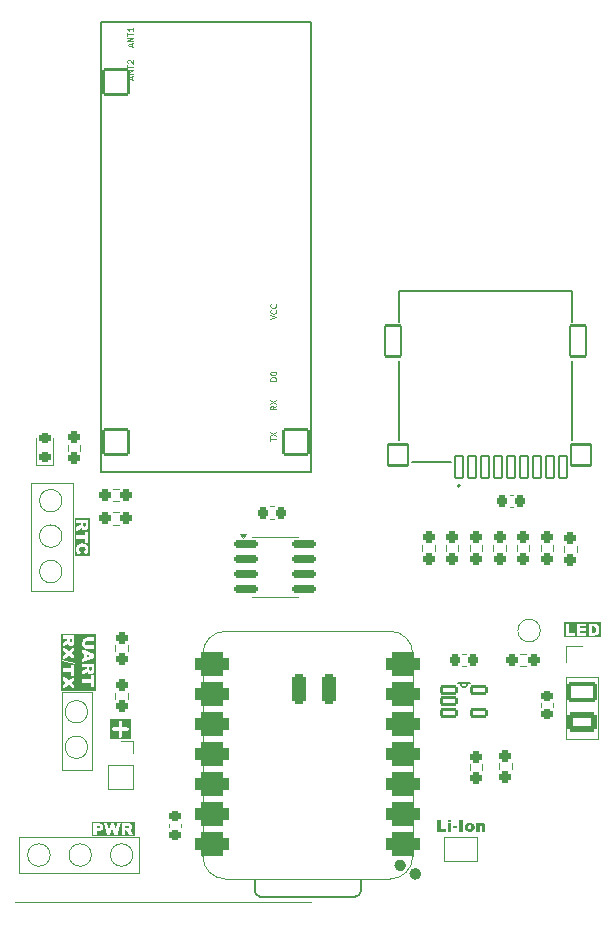
<source format=gto>
G04 #@! TF.GenerationSoftware,KiCad,Pcbnew,9.0.3*
G04 #@! TF.CreationDate,2025-08-16T00:12:18+02:00*
G04 #@! TF.ProjectId,fw-anwesenheit,66772d61-6e77-4657-9365-6e686569742e,rev?*
G04 #@! TF.SameCoordinates,Original*
G04 #@! TF.FileFunction,Legend,Top*
G04 #@! TF.FilePolarity,Positive*
%FSLAX46Y46*%
G04 Gerber Fmt 4.6, Leading zero omitted, Abs format (unit mm)*
G04 Created by KiCad (PCBNEW 9.0.3) date 2025-08-16 00:12:18*
%MOMM*%
%LPD*%
G01*
G04 APERTURE LIST*
G04 Aperture macros list*
%AMRoundRect*
0 Rectangle with rounded corners*
0 $1 Rounding radius*
0 $2 $3 $4 $5 $6 $7 $8 $9 X,Y pos of 4 corners*
0 Add a 4 corners polygon primitive as box body*
4,1,4,$2,$3,$4,$5,$6,$7,$8,$9,$2,$3,0*
0 Add four circle primitives for the rounded corners*
1,1,$1+$1,$2,$3*
1,1,$1+$1,$4,$5*
1,1,$1+$1,$6,$7*
1,1,$1+$1,$8,$9*
0 Add four rect primitives between the rounded corners*
20,1,$1+$1,$2,$3,$4,$5,0*
20,1,$1+$1,$4,$5,$6,$7,0*
20,1,$1+$1,$6,$7,$8,$9,0*
20,1,$1+$1,$8,$9,$2,$3,0*%
%AMOutline5P*
0 Free polygon, 5 corners , with rotation*
0 The origin of the aperture is its center*
0 number of corners: always 5*
0 $1 to $10 corner X, Y*
0 $11 Rotation angle, in degrees counterclockwise*
0 create outline with 5 corners*
4,1,5,$1,$2,$3,$4,$5,$6,$7,$8,$9,$10,$1,$2,$11*%
%AMOutline6P*
0 Free polygon, 6 corners , with rotation*
0 The origin of the aperture is its center*
0 number of corners: always 6*
0 $1 to $12 corner X, Y*
0 $13 Rotation angle, in degrees counterclockwise*
0 create outline with 6 corners*
4,1,6,$1,$2,$3,$4,$5,$6,$7,$8,$9,$10,$11,$12,$1,$2,$13*%
%AMOutline7P*
0 Free polygon, 7 corners , with rotation*
0 The origin of the aperture is its center*
0 number of corners: always 7*
0 $1 to $14 corner X, Y*
0 $15 Rotation angle, in degrees counterclockwise*
0 create outline with 7 corners*
4,1,7,$1,$2,$3,$4,$5,$6,$7,$8,$9,$10,$11,$12,$13,$14,$1,$2,$15*%
%AMOutline8P*
0 Free polygon, 8 corners , with rotation*
0 The origin of the aperture is its center*
0 number of corners: always 8*
0 $1 to $16 corner X, Y*
0 $17 Rotation angle, in degrees counterclockwise*
0 create outline with 8 corners*
4,1,8,$1,$2,$3,$4,$5,$6,$7,$8,$9,$10,$11,$12,$13,$14,$15,$16,$1,$2,$17*%
%AMFreePoly0*
4,1,6,1.000000,0.000000,0.500000,-0.750000,-0.500000,-0.750000,-0.500000,0.750000,0.500000,0.750000,1.000000,0.000000,1.000000,0.000000,$1*%
%AMFreePoly1*
4,1,6,0.500000,-0.750000,-0.650000,-0.750000,-0.150000,0.000000,-0.650000,0.750000,0.500000,0.750000,0.500000,-0.750000,0.500000,-0.750000,$1*%
G04 Aperture macros list end*
%ADD10C,0.300000*%
%ADD11C,0.100000*%
%ADD12C,0.150000*%
%ADD13C,0.125000*%
%ADD14C,0.120000*%
%ADD15C,0.127000*%
%ADD16C,0.504000*%
%ADD17C,0.152400*%
%ADD18C,0.200000*%
%ADD19RoundRect,0.225000X0.225000X0.250000X-0.225000X0.250000X-0.225000X-0.250000X0.225000X-0.250000X0*%
%ADD20Outline5P,-1.250000X0.510000X-0.910000X0.850000X1.250000X0.850000X1.250000X-0.850000X-1.250000X-0.850000X0.000000*%
%ADD21RoundRect,0.170000X-1.080000X-0.680000X1.080000X-0.680000X1.080000X0.680000X-1.080000X0.680000X0*%
%ADD22RoundRect,0.250000X-1.000000X-0.600000X1.000000X-0.600000X1.000000X0.600000X-1.000000X0.600000X0*%
%ADD23RoundRect,0.525400X0.900400X0.525400X-0.900400X0.525400X-0.900400X-0.525400X0.900400X-0.525400X0*%
%ADD24RoundRect,0.300400X0.300400X-1.000400X0.300400X1.000400X-0.300400X1.000400X-0.300400X-1.000400X0*%
%ADD25C,1.700000*%
%ADD26C,1.500000*%
%ADD27RoundRect,0.150000X-0.825000X-0.150000X0.825000X-0.150000X0.825000X0.150000X-0.825000X0.150000X0*%
%ADD28RoundRect,0.218750X0.256250X-0.218750X0.256250X0.218750X-0.256250X0.218750X-0.256250X-0.218750X0*%
%ADD29RoundRect,0.237500X0.237500X-0.250000X0.237500X0.250000X-0.237500X0.250000X-0.237500X-0.250000X0*%
%ADD30RoundRect,0.237500X-0.237500X0.250000X-0.237500X-0.250000X0.237500X-0.250000X0.237500X0.250000X0*%
%ADD31R,1.350000X1.350000*%
%ADD32C,1.350000*%
%ADD33FreePoly0,0.000000*%
%ADD34FreePoly1,0.000000*%
%ADD35C,2.304000*%
%ADD36RoundRect,0.102000X-1.050000X1.050000X-1.050000X-1.050000X1.050000X-1.050000X1.050000X1.050000X0*%
%ADD37RoundRect,0.237500X0.250000X0.237500X-0.250000X0.237500X-0.250000X-0.237500X0.250000X-0.237500X0*%
%ADD38RoundRect,0.102000X-0.635000X-0.279400X0.635000X-0.279400X0.635000X0.279400X-0.635000X0.279400X0*%
%ADD39RoundRect,0.225000X-0.225000X-0.250000X0.225000X-0.250000X0.225000X0.250000X-0.225000X0.250000X0*%
%ADD40RoundRect,0.237500X-0.250000X-0.237500X0.250000X-0.237500X0.250000X0.237500X-0.250000X0.237500X0*%
%ADD41RoundRect,0.225000X0.250000X-0.225000X0.250000X0.225000X-0.250000X0.225000X-0.250000X-0.225000X0*%
%ADD42C,1.000000*%
%ADD43RoundRect,0.102000X0.350000X0.950000X-0.350000X0.950000X-0.350000X-0.950000X0.350000X-0.950000X0*%
%ADD44RoundRect,0.102000X0.850000X0.900000X-0.850000X0.900000X-0.850000X-0.900000X0.850000X-0.900000X0*%
%ADD45RoundRect,0.102000X0.700000X1.300000X-0.700000X1.300000X-0.700000X-1.300000X0.700000X-1.300000X0*%
%ADD46RoundRect,0.225000X-0.250000X0.225000X-0.250000X-0.225000X0.250000X-0.225000X0.250000X0.225000X0*%
%ADD47R,1.600000X2.000000*%
%ADD48O,1.600000X2.000000*%
G04 APERTURE END LIST*
D10*
G36*
X90784153Y-117716613D02*
G01*
X89013725Y-117716613D01*
X89013725Y-116802136D01*
X89180392Y-116802136D01*
X89180392Y-116860664D01*
X89202790Y-116914736D01*
X89244174Y-116956120D01*
X89298246Y-116978518D01*
X89327510Y-116981400D01*
X89748939Y-116981400D01*
X89748939Y-117402828D01*
X89751821Y-117432092D01*
X89774219Y-117486164D01*
X89815603Y-117527548D01*
X89869675Y-117549946D01*
X89928203Y-117549946D01*
X89982275Y-117527548D01*
X90023659Y-117486164D01*
X90046057Y-117432092D01*
X90048939Y-117402828D01*
X90048939Y-116981400D01*
X90470368Y-116981400D01*
X90499632Y-116978518D01*
X90553704Y-116956120D01*
X90595088Y-116914736D01*
X90617486Y-116860664D01*
X90617486Y-116802136D01*
X90595088Y-116748064D01*
X90553704Y-116706680D01*
X90499632Y-116684282D01*
X90470368Y-116681400D01*
X90048939Y-116681400D01*
X90048939Y-116259971D01*
X90046057Y-116230707D01*
X90023659Y-116176635D01*
X89982275Y-116135251D01*
X89928203Y-116112853D01*
X89869675Y-116112853D01*
X89815603Y-116135251D01*
X89774219Y-116176635D01*
X89751821Y-116230707D01*
X89748939Y-116259971D01*
X89748939Y-116681400D01*
X89327510Y-116681400D01*
X89298246Y-116684282D01*
X89244174Y-116706680D01*
X89202790Y-116748064D01*
X89180392Y-116802136D01*
X89013725Y-116802136D01*
X89013725Y-115946186D01*
X90784153Y-115946186D01*
X90784153Y-117716613D01*
G37*
D11*
X81280000Y-125984000D02*
X91440000Y-125984000D01*
X91440000Y-129032000D01*
X81280000Y-129032000D01*
X81280000Y-125984000D01*
X81000000Y-131492250D02*
X106000000Y-131507750D01*
X84963000Y-113665000D02*
X87503000Y-113665000D01*
X87503000Y-120269000D01*
X84963000Y-120269000D01*
X84963000Y-113665000D01*
X82296000Y-96012000D02*
X85852000Y-96012000D01*
X85852000Y-105156000D01*
X82296000Y-105156000D01*
X82296000Y-96012000D01*
G36*
X87483208Y-111737927D02*
G01*
X87479471Y-111794434D01*
X87470140Y-111830944D01*
X87457257Y-111853332D01*
X87438058Y-111870079D01*
X87413808Y-111880409D01*
X87382946Y-111884106D01*
X87351998Y-111879204D01*
X87325000Y-111864628D01*
X87304511Y-111842287D01*
X87293615Y-111814436D01*
X87279998Y-111732493D01*
X87279998Y-111602006D01*
X87483208Y-111602006D01*
X87483208Y-111737927D01*
G37*
G36*
X87426116Y-110639323D02*
G01*
X87065064Y-110749965D01*
X87065064Y-110529352D01*
X87426116Y-110639323D01*
G37*
G36*
X85803208Y-109346302D02*
G01*
X85799471Y-109402809D01*
X85790140Y-109439319D01*
X85777257Y-109461706D01*
X85758058Y-109478454D01*
X85733808Y-109488783D01*
X85702946Y-109492481D01*
X85671998Y-109487579D01*
X85645000Y-109473003D01*
X85624511Y-109450661D01*
X85613615Y-109422811D01*
X85599998Y-109340867D01*
X85599998Y-109210381D01*
X85803208Y-109210381D01*
X85803208Y-109346302D01*
G37*
G36*
X87797529Y-113570706D02*
G01*
X84879257Y-113570706D01*
X84879257Y-112716364D01*
X85006000Y-112716364D01*
X85327423Y-112914506D01*
X85006000Y-113111916D01*
X85006000Y-113459595D01*
X85521901Y-113118755D01*
X86006418Y-113430225D01*
X86006418Y-113092804D01*
X85698672Y-112920674D01*
X86006418Y-112743048D01*
X86006418Y-112608897D01*
X86686000Y-112608897D01*
X86686000Y-112918353D01*
X87440221Y-112918353D01*
X87440221Y-113233976D01*
X87686418Y-113233976D01*
X87686418Y-112293335D01*
X87440221Y-112293335D01*
X87440221Y-112608897D01*
X86686000Y-112608897D01*
X86006418Y-112608897D01*
X86006418Y-112402146D01*
X85527336Y-112716364D01*
X85006000Y-112370761D01*
X85006000Y-112716364D01*
X84879257Y-112716364D01*
X84879257Y-111706176D01*
X85006000Y-111706176D01*
X85006000Y-112015632D01*
X85760221Y-112015632D01*
X85760221Y-112331255D01*
X86006418Y-112331255D01*
X86006418Y-111602006D01*
X86686000Y-111602006D01*
X87092420Y-111602006D01*
X87092420Y-111629300D01*
X87086561Y-111669636D01*
X87069217Y-111705137D01*
X87044960Y-111728529D01*
X87038525Y-111732493D01*
X86992036Y-111761130D01*
X86686000Y-111926483D01*
X86686000Y-112276238D01*
X86975122Y-112126640D01*
X87037648Y-112083225D01*
X87074029Y-112051893D01*
X87090527Y-112033705D01*
X87107584Y-112004135D01*
X87127652Y-111953105D01*
X87146511Y-112017799D01*
X87167219Y-112061732D01*
X87195033Y-112100500D01*
X87227546Y-112132866D01*
X87265099Y-112159368D01*
X87306713Y-112178696D01*
X87354186Y-112190705D01*
X87408714Y-112194905D01*
X87470964Y-112189417D01*
X87524431Y-112173753D01*
X87570769Y-112148438D01*
X87610711Y-112113975D01*
X87640817Y-112073522D01*
X87661872Y-112026195D01*
X87674370Y-111974723D01*
X87683096Y-111903309D01*
X87686418Y-111806926D01*
X87686418Y-111291146D01*
X86686000Y-111291146D01*
X86686000Y-111602006D01*
X86006418Y-111602006D01*
X86006418Y-111390614D01*
X85760221Y-111390614D01*
X85760221Y-111706176D01*
X85006000Y-111706176D01*
X84879257Y-111706176D01*
X84879257Y-111111078D01*
X84990368Y-111111078D01*
X86022050Y-111362465D01*
X86022050Y-111220377D01*
X84990368Y-110970333D01*
X84990368Y-111111078D01*
X84879257Y-111111078D01*
X84879257Y-109210381D01*
X85006000Y-109210381D01*
X85412420Y-109210381D01*
X85412420Y-109237675D01*
X85406561Y-109278011D01*
X85389217Y-109313512D01*
X85364960Y-109336904D01*
X85358527Y-109340867D01*
X85312036Y-109369505D01*
X85006000Y-109534857D01*
X85006000Y-109883392D01*
X85006000Y-110228995D01*
X85327423Y-110427137D01*
X85006000Y-110624547D01*
X85006000Y-110972226D01*
X85521901Y-110631385D01*
X86006418Y-110942856D01*
X86006418Y-110605435D01*
X85698672Y-110433304D01*
X85732313Y-110413887D01*
X86686000Y-110413887D01*
X86850131Y-110462430D01*
X86850131Y-110749965D01*
X86850131Y-110814872D01*
X86686000Y-110864087D01*
X86686000Y-111187892D01*
X87686418Y-110811453D01*
X87686418Y-110474031D01*
X86686000Y-110097592D01*
X86686000Y-110413887D01*
X85732313Y-110413887D01*
X86006418Y-110255679D01*
X86006418Y-109914777D01*
X85527336Y-110228995D01*
X85007034Y-109884077D01*
X85295122Y-109735014D01*
X85357648Y-109691600D01*
X85394029Y-109660268D01*
X85410527Y-109642080D01*
X85427584Y-109612509D01*
X85447652Y-109561480D01*
X85466511Y-109626174D01*
X85487219Y-109670107D01*
X85515033Y-109708875D01*
X85547546Y-109741240D01*
X85585099Y-109767743D01*
X85626713Y-109787070D01*
X85674186Y-109799079D01*
X85728714Y-109803280D01*
X85790964Y-109797792D01*
X85844431Y-109782127D01*
X85890769Y-109756813D01*
X85930711Y-109722350D01*
X85960817Y-109681896D01*
X85981872Y-109634569D01*
X85993526Y-109586575D01*
X86670368Y-109586575D01*
X86674441Y-109670504D01*
X86685876Y-109742114D01*
X86703707Y-109803096D01*
X86722813Y-109844480D01*
X86750052Y-109885712D01*
X86786444Y-109927111D01*
X86828005Y-109963085D01*
X86873697Y-109991902D01*
X86924014Y-110013878D01*
X87004568Y-110034524D01*
X87091198Y-110041538D01*
X87686418Y-110041538D01*
X87686418Y-109732754D01*
X87078131Y-109732754D01*
X87024668Y-109727180D01*
X86982846Y-109711768D01*
X86950026Y-109687325D01*
X86925582Y-109654437D01*
X86910315Y-109613428D01*
X86904841Y-109561968D01*
X86910400Y-109510105D01*
X86925893Y-109468892D01*
X86950698Y-109435938D01*
X86983936Y-109411405D01*
X87025606Y-109396034D01*
X87078131Y-109390509D01*
X87686418Y-109390509D01*
X87686418Y-109081725D01*
X87091198Y-109081725D01*
X87015590Y-109088339D01*
X86922366Y-109110424D01*
X86865193Y-109135061D01*
X86807205Y-109176308D01*
X86757149Y-109227734D01*
X86721109Y-109282554D01*
X86696599Y-109345052D01*
X86680626Y-109427023D01*
X86672815Y-109511988D01*
X86670368Y-109586575D01*
X85993526Y-109586575D01*
X85994370Y-109583098D01*
X86003096Y-109511683D01*
X86006418Y-109415300D01*
X86006418Y-108899520D01*
X85006000Y-108899520D01*
X85006000Y-109210381D01*
X84879257Y-109210381D01*
X84879257Y-108788409D01*
X87797529Y-108788409D01*
X87797529Y-113570706D01*
G37*
D12*
G36*
X86967208Y-99553332D02*
G01*
X86963471Y-99609839D01*
X86954140Y-99646349D01*
X86941257Y-99668736D01*
X86922058Y-99685484D01*
X86897808Y-99695813D01*
X86866946Y-99699511D01*
X86835998Y-99694609D01*
X86809000Y-99680033D01*
X86788511Y-99657691D01*
X86777615Y-99629841D01*
X86763998Y-99547897D01*
X86763998Y-99417411D01*
X86967208Y-99417411D01*
X86967208Y-99553332D01*
G37*
G36*
X87297161Y-102190463D02*
G01*
X86043257Y-102190463D01*
X86043257Y-101625732D01*
X86154368Y-101625732D01*
X86159226Y-101715051D01*
X86172620Y-101788038D01*
X86193142Y-101847383D01*
X86223211Y-101902359D01*
X86261377Y-101950778D01*
X86308180Y-101993257D01*
X86361354Y-102027933D01*
X86424170Y-102056761D01*
X86498079Y-102079352D01*
X86580327Y-101808121D01*
X86518280Y-101790386D01*
X86470722Y-101768175D01*
X86434942Y-101742175D01*
X86408088Y-101708715D01*
X86391114Y-101665032D01*
X86384933Y-101607964D01*
X86389096Y-101563148D01*
X86400905Y-101525378D01*
X86419930Y-101493268D01*
X86446543Y-101465875D01*
X86477875Y-101446469D01*
X86523263Y-101430585D01*
X86587033Y-101419536D01*
X86674300Y-101415317D01*
X86763457Y-101421072D01*
X86826959Y-101436051D01*
X86871038Y-101457693D01*
X86908242Y-101489045D01*
X86934157Y-101525580D01*
X86949958Y-101568286D01*
X86955484Y-101618893D01*
X86950591Y-101663638D01*
X86936372Y-101702913D01*
X86913295Y-101737447D01*
X86881723Y-101766477D01*
X86856991Y-101780651D01*
X86814801Y-101796519D01*
X86875556Y-102069766D01*
X86952867Y-102038318D01*
X87016504Y-102000890D01*
X87068338Y-101957786D01*
X87109785Y-101908871D01*
X87141320Y-101853730D01*
X87165165Y-101787258D01*
X87180533Y-101707314D01*
X87186050Y-101611383D01*
X87180009Y-101513297D01*
X87162894Y-101428675D01*
X87135799Y-101355528D01*
X87099225Y-101292190D01*
X87053060Y-101237386D01*
X86998109Y-101191717D01*
X86934153Y-101155390D01*
X86859818Y-101128373D01*
X86773331Y-101111249D01*
X86672590Y-101105190D01*
X86578993Y-101110448D01*
X86498168Y-101125328D01*
X86428317Y-101148801D01*
X86367897Y-101180294D01*
X86310576Y-101221533D01*
X86264592Y-101264963D01*
X86228607Y-101310672D01*
X86201629Y-101358958D01*
X86176678Y-101429588D01*
X86160323Y-101517347D01*
X86154368Y-101625732D01*
X86043257Y-101625732D01*
X86043257Y-100424302D01*
X86170000Y-100424302D01*
X86170000Y-100733757D01*
X86924221Y-100733757D01*
X86924221Y-101049380D01*
X87170418Y-101049380D01*
X87170418Y-100108740D01*
X86924221Y-100108740D01*
X86924221Y-100424302D01*
X86170000Y-100424302D01*
X86043257Y-100424302D01*
X86043257Y-99417411D01*
X86170000Y-99417411D01*
X86576420Y-99417411D01*
X86576420Y-99444705D01*
X86570561Y-99485041D01*
X86553217Y-99520542D01*
X86528960Y-99543934D01*
X86522527Y-99547897D01*
X86476036Y-99576535D01*
X86170000Y-99741887D01*
X86170000Y-100091643D01*
X86459122Y-99942044D01*
X86521648Y-99898630D01*
X86558029Y-99867298D01*
X86574527Y-99849110D01*
X86591584Y-99819539D01*
X86611652Y-99768510D01*
X86630511Y-99833204D01*
X86651219Y-99877137D01*
X86679033Y-99915905D01*
X86711546Y-99948270D01*
X86749099Y-99974773D01*
X86790713Y-99994100D01*
X86838186Y-100006109D01*
X86892714Y-100010310D01*
X86954964Y-100004822D01*
X87008431Y-99989157D01*
X87054769Y-99963843D01*
X87094711Y-99929380D01*
X87124817Y-99888926D01*
X87145872Y-99841599D01*
X87158370Y-99790128D01*
X87167096Y-99718713D01*
X87170418Y-99622330D01*
X87170418Y-99106550D01*
X86170000Y-99106550D01*
X86170000Y-99417411D01*
X86043257Y-99417411D01*
X86043257Y-98995439D01*
X87297161Y-98995439D01*
X87297161Y-102190463D01*
G37*
D11*
G36*
X88057256Y-125021383D02*
G01*
X88094710Y-125032994D01*
X88118178Y-125049519D01*
X88135638Y-125072874D01*
X88146049Y-125099126D01*
X88149624Y-125129204D01*
X88145525Y-125159786D01*
X88133604Y-125185865D01*
X88113415Y-125208583D01*
X88087174Y-125224256D01*
X88047025Y-125235242D01*
X87987752Y-125239540D01*
X87911915Y-125239540D01*
X87911915Y-125016791D01*
X88000026Y-125016791D01*
X88057256Y-125021383D01*
G37*
G36*
X90520027Y-125020528D02*
G01*
X90556537Y-125029859D01*
X90578925Y-125042742D01*
X90595672Y-125061941D01*
X90606002Y-125086191D01*
X90609699Y-125117053D01*
X90604797Y-125148001D01*
X90590221Y-125174999D01*
X90567880Y-125195488D01*
X90540029Y-125206384D01*
X90458086Y-125220001D01*
X90327599Y-125220001D01*
X90327599Y-125016791D01*
X90463520Y-125016791D01*
X90520027Y-125020528D01*
G37*
G36*
X91112942Y-125925111D02*
G01*
X87490005Y-125925111D01*
X87490005Y-125239540D01*
X87601116Y-125239540D01*
X87601116Y-125814000D01*
X87911915Y-125814000D01*
X87911915Y-125442750D01*
X88081359Y-125442750D01*
X88176183Y-125436423D01*
X88251925Y-125419070D01*
X88312135Y-125392479D01*
X88359673Y-125357449D01*
X88398658Y-125312030D01*
X88426923Y-125258585D01*
X88444631Y-125195519D01*
X88450898Y-125120655D01*
X88445041Y-125047410D01*
X88428614Y-124986549D01*
X88402643Y-124935797D01*
X88367184Y-124893448D01*
X88323422Y-124860448D01*
X88268610Y-124835573D01*
X88200318Y-124819438D01*
X88115491Y-124813581D01*
X88509516Y-124813581D01*
X88732205Y-125814000D01*
X89035493Y-125814000D01*
X89210371Y-125184158D01*
X89385921Y-125814000D01*
X89689270Y-125814000D01*
X89820259Y-125220001D01*
X90016739Y-125220001D01*
X90016739Y-125814000D01*
X90327599Y-125814000D01*
X90327599Y-125407579D01*
X90354893Y-125407579D01*
X90395229Y-125413438D01*
X90430730Y-125430782D01*
X90454122Y-125455039D01*
X90486723Y-125507963D01*
X90652076Y-125814000D01*
X91001831Y-125814000D01*
X90852233Y-125524877D01*
X90808818Y-125462351D01*
X90777486Y-125425970D01*
X90759298Y-125409472D01*
X90729728Y-125392415D01*
X90678698Y-125372347D01*
X90743392Y-125353488D01*
X90787325Y-125332780D01*
X90826093Y-125304966D01*
X90858459Y-125272453D01*
X90884961Y-125234900D01*
X90904289Y-125193286D01*
X90916298Y-125145813D01*
X90920498Y-125091285D01*
X90915010Y-125029035D01*
X90899346Y-124975568D01*
X90874031Y-124929230D01*
X90839568Y-124889288D01*
X90799115Y-124859182D01*
X90751788Y-124838127D01*
X90700316Y-124825629D01*
X90628902Y-124816903D01*
X90532519Y-124813581D01*
X90016739Y-124813581D01*
X90016739Y-125220001D01*
X89820259Y-125220001D01*
X89909883Y-124813581D01*
X89617524Y-124813581D01*
X89511645Y-125372469D01*
X89356550Y-124813581D01*
X89063520Y-124813581D01*
X88909159Y-125372469D01*
X88803218Y-124813581D01*
X88509516Y-124813581D01*
X88115491Y-124813581D01*
X87601116Y-124813581D01*
X87601116Y-125239540D01*
X87490005Y-125239540D01*
X87490005Y-124702470D01*
X91112942Y-124702470D01*
X91112942Y-125925111D01*
G37*
D12*
G36*
X129981446Y-108145661D02*
G01*
X130028661Y-108157664D01*
X130065043Y-108175925D01*
X130092742Y-108199979D01*
X130112810Y-108230126D01*
X130129109Y-108273621D01*
X130140400Y-108334561D01*
X130144705Y-108417843D01*
X130141416Y-108498835D01*
X130133034Y-108554735D01*
X130121441Y-108591683D01*
X130103136Y-108625119D01*
X130081775Y-108649675D01*
X130057266Y-108666849D01*
X130028731Y-108677523D01*
X129984557Y-108685277D01*
X129919269Y-108688342D01*
X129843431Y-108688342D01*
X129843431Y-108141238D01*
X129920612Y-108141238D01*
X129981446Y-108145661D01*
G37*
G36*
X130566615Y-109026111D02*
G01*
X127475577Y-109026111D01*
X127475577Y-108915000D01*
X127586688Y-108915000D01*
X128379134Y-108915000D01*
X128519024Y-108915000D01*
X129363372Y-108915000D01*
X129363372Y-108688342D01*
X129533976Y-108688342D01*
X129533976Y-108915000D01*
X129993702Y-108915000D01*
X130078237Y-108908602D01*
X130178166Y-108887705D01*
X130225766Y-108870525D01*
X130272059Y-108844337D01*
X130317507Y-108808204D01*
X130357200Y-108765739D01*
X130390974Y-108716634D01*
X130418928Y-108660132D01*
X130437755Y-108599861D01*
X130450649Y-108518655D01*
X130455504Y-108411371D01*
X130449235Y-108310846D01*
X130430896Y-108217625D01*
X130410841Y-108158393D01*
X130384421Y-108105144D01*
X130351640Y-108057219D01*
X130312160Y-108014989D01*
X130266296Y-107979842D01*
X130213337Y-107951461D01*
X130156309Y-107932105D01*
X130084164Y-107919286D01*
X129993702Y-107914581D01*
X129533976Y-107914581D01*
X129533976Y-108688342D01*
X129363372Y-108688342D01*
X128829152Y-108688342D01*
X128829152Y-108492948D01*
X129310738Y-108492948D01*
X129310738Y-108289738D01*
X128829152Y-108289738D01*
X128829152Y-108129515D01*
X129348351Y-108129515D01*
X129348351Y-107914581D01*
X128519024Y-107914581D01*
X128519024Y-108915000D01*
X128379134Y-108915000D01*
X128379134Y-108668803D01*
X127896144Y-108668803D01*
X127896144Y-107914581D01*
X127586688Y-107914581D01*
X127586688Y-108915000D01*
X127475577Y-108915000D01*
X127475577Y-107803470D01*
X130566615Y-107803470D01*
X130566615Y-109026111D01*
G37*
G36*
X116709846Y-124509581D02*
G01*
X117019302Y-124509581D01*
X117019302Y-125263803D01*
X117502292Y-125263803D01*
X117502292Y-125510000D01*
X116709846Y-125510000D01*
X116709846Y-124509581D01*
G37*
G36*
X117634672Y-124509581D02*
G01*
X117912681Y-124509581D01*
X117912681Y-124697159D01*
X117634672Y-124697159D01*
X117634672Y-124509581D01*
G37*
G36*
X117634672Y-124783133D02*
G01*
X117912681Y-124783133D01*
X117912681Y-125510000D01*
X117634672Y-125510000D01*
X117634672Y-124783133D01*
G37*
G36*
X118037123Y-125037145D02*
G01*
X118441528Y-125037145D01*
X118441528Y-125252079D01*
X118037123Y-125252079D01*
X118037123Y-125037145D01*
G37*
G36*
X118587219Y-124509581D02*
G01*
X118897346Y-124509581D01*
X118897346Y-125510000D01*
X118587219Y-125510000D01*
X118587219Y-124509581D01*
G37*
G36*
X119569392Y-124773275D02*
G01*
X119644611Y-124789561D01*
X119708799Y-124815266D01*
X119763646Y-124849945D01*
X119810387Y-124893836D01*
X119849195Y-124947117D01*
X119876938Y-125005891D01*
X119893956Y-125071218D01*
X119899841Y-125144490D01*
X119892536Y-125226382D01*
X119871492Y-125298210D01*
X119837160Y-125361888D01*
X119788833Y-125418775D01*
X119742955Y-125455948D01*
X119690426Y-125485367D01*
X119630272Y-125507115D01*
X119561234Y-125520812D01*
X119481820Y-125525631D01*
X119394573Y-125519506D01*
X119319607Y-125502136D01*
X119254940Y-125474503D01*
X119198986Y-125436849D01*
X119150927Y-125389711D01*
X119114281Y-125338115D01*
X119088085Y-125281441D01*
X119072029Y-125218708D01*
X119066485Y-125148642D01*
X119066706Y-125146200D01*
X119345166Y-125146200D01*
X119350331Y-125210578D01*
X119364013Y-125257496D01*
X119384428Y-125291158D01*
X119413255Y-125317468D01*
X119445716Y-125332821D01*
X119483163Y-125338053D01*
X119521113Y-125332844D01*
X119553549Y-125317661D01*
X119581898Y-125291830D01*
X119601772Y-125258610D01*
X119615310Y-125210786D01*
X119620488Y-125143452D01*
X119615400Y-125080995D01*
X119601859Y-125035037D01*
X119581532Y-125001669D01*
X119553034Y-124975436D01*
X119521362Y-124960230D01*
X119485239Y-124955080D01*
X119446879Y-124960381D01*
X119413868Y-124975882D01*
X119384794Y-125002341D01*
X119364114Y-125036199D01*
X119350340Y-125082830D01*
X119345166Y-125146200D01*
X119066706Y-125146200D01*
X119073812Y-125067533D01*
X119094970Y-124996053D01*
X119129591Y-124932343D01*
X119178470Y-124875090D01*
X119224891Y-124837401D01*
X119277371Y-124807737D01*
X119336774Y-124785936D01*
X119404230Y-124772282D01*
X119481087Y-124767501D01*
X119569392Y-124773275D01*
G37*
G36*
X120033625Y-124783133D02*
G01*
X120292523Y-124783133D01*
X120292523Y-124902323D01*
X120333660Y-124856295D01*
X120372702Y-124822373D01*
X120410003Y-124798642D01*
X120450786Y-124781879D01*
X120498614Y-124771265D01*
X120554839Y-124767501D01*
X120611948Y-124772230D01*
X120660071Y-124785591D01*
X120700857Y-124806901D01*
X120735518Y-124836256D01*
X120762273Y-124872126D01*
X120782620Y-124917855D01*
X120795928Y-124975709D01*
X120800792Y-125048503D01*
X120800792Y-125510000D01*
X120521378Y-125510000D01*
X120521378Y-125111273D01*
X120517915Y-125066212D01*
X120508994Y-125035274D01*
X120496099Y-125014675D01*
X120477522Y-124999265D01*
X120454298Y-124989745D01*
X120425024Y-124986343D01*
X120393116Y-124990685D01*
X120366199Y-125003269D01*
X120343020Y-125024567D01*
X120327305Y-125052231D01*
X120316081Y-125095893D01*
X120311635Y-125161831D01*
X120311635Y-125510000D01*
X120033625Y-125510000D01*
X120033625Y-124783133D01*
G37*
D13*
X90851952Y-59059522D02*
X90851952Y-58821427D01*
X90994809Y-59107141D02*
X90494809Y-58940475D01*
X90494809Y-58940475D02*
X90994809Y-58773808D01*
X90994809Y-58607142D02*
X90494809Y-58607142D01*
X90494809Y-58607142D02*
X90994809Y-58321428D01*
X90994809Y-58321428D02*
X90494809Y-58321428D01*
X90494809Y-58154760D02*
X90494809Y-57869046D01*
X90994809Y-58011903D02*
X90494809Y-58011903D01*
X90994809Y-57440475D02*
X90994809Y-57726189D01*
X90994809Y-57583332D02*
X90494809Y-57583332D01*
X90494809Y-57583332D02*
X90566238Y-57630951D01*
X90566238Y-57630951D02*
X90613857Y-57678570D01*
X90613857Y-57678570D02*
X90637666Y-57726189D01*
X103094809Y-87329047D02*
X102594809Y-87329047D01*
X102594809Y-87329047D02*
X102594809Y-87209999D01*
X102594809Y-87209999D02*
X102618619Y-87138571D01*
X102618619Y-87138571D02*
X102666238Y-87090952D01*
X102666238Y-87090952D02*
X102713857Y-87067142D01*
X102713857Y-87067142D02*
X102809095Y-87043333D01*
X102809095Y-87043333D02*
X102880523Y-87043333D01*
X102880523Y-87043333D02*
X102975761Y-87067142D01*
X102975761Y-87067142D02*
X103023380Y-87090952D01*
X103023380Y-87090952D02*
X103071000Y-87138571D01*
X103071000Y-87138571D02*
X103094809Y-87209999D01*
X103094809Y-87209999D02*
X103094809Y-87329047D01*
X102594809Y-86733809D02*
X102594809Y-86686190D01*
X102594809Y-86686190D02*
X102618619Y-86638571D01*
X102618619Y-86638571D02*
X102642428Y-86614761D01*
X102642428Y-86614761D02*
X102690047Y-86590952D01*
X102690047Y-86590952D02*
X102785285Y-86567142D01*
X102785285Y-86567142D02*
X102904333Y-86567142D01*
X102904333Y-86567142D02*
X102999571Y-86590952D01*
X102999571Y-86590952D02*
X103047190Y-86614761D01*
X103047190Y-86614761D02*
X103071000Y-86638571D01*
X103071000Y-86638571D02*
X103094809Y-86686190D01*
X103094809Y-86686190D02*
X103094809Y-86733809D01*
X103094809Y-86733809D02*
X103071000Y-86781428D01*
X103071000Y-86781428D02*
X103047190Y-86805237D01*
X103047190Y-86805237D02*
X102999571Y-86829047D01*
X102999571Y-86829047D02*
X102904333Y-86852856D01*
X102904333Y-86852856D02*
X102785285Y-86852856D01*
X102785285Y-86852856D02*
X102690047Y-86829047D01*
X102690047Y-86829047D02*
X102642428Y-86805237D01*
X102642428Y-86805237D02*
X102618619Y-86781428D01*
X102618619Y-86781428D02*
X102594809Y-86733809D01*
X102594809Y-82146665D02*
X103094809Y-81979999D01*
X103094809Y-81979999D02*
X102594809Y-81813332D01*
X103047190Y-81360952D02*
X103071000Y-81384761D01*
X103071000Y-81384761D02*
X103094809Y-81456190D01*
X103094809Y-81456190D02*
X103094809Y-81503809D01*
X103094809Y-81503809D02*
X103071000Y-81575237D01*
X103071000Y-81575237D02*
X103023380Y-81622856D01*
X103023380Y-81622856D02*
X102975761Y-81646666D01*
X102975761Y-81646666D02*
X102880523Y-81670475D01*
X102880523Y-81670475D02*
X102809095Y-81670475D01*
X102809095Y-81670475D02*
X102713857Y-81646666D01*
X102713857Y-81646666D02*
X102666238Y-81622856D01*
X102666238Y-81622856D02*
X102618619Y-81575237D01*
X102618619Y-81575237D02*
X102594809Y-81503809D01*
X102594809Y-81503809D02*
X102594809Y-81456190D01*
X102594809Y-81456190D02*
X102618619Y-81384761D01*
X102618619Y-81384761D02*
X102642428Y-81360952D01*
X103047190Y-80860952D02*
X103071000Y-80884761D01*
X103071000Y-80884761D02*
X103094809Y-80956190D01*
X103094809Y-80956190D02*
X103094809Y-81003809D01*
X103094809Y-81003809D02*
X103071000Y-81075237D01*
X103071000Y-81075237D02*
X103023380Y-81122856D01*
X103023380Y-81122856D02*
X102975761Y-81146666D01*
X102975761Y-81146666D02*
X102880523Y-81170475D01*
X102880523Y-81170475D02*
X102809095Y-81170475D01*
X102809095Y-81170475D02*
X102713857Y-81146666D01*
X102713857Y-81146666D02*
X102666238Y-81122856D01*
X102666238Y-81122856D02*
X102618619Y-81075237D01*
X102618619Y-81075237D02*
X102594809Y-81003809D01*
X102594809Y-81003809D02*
X102594809Y-80956190D01*
X102594809Y-80956190D02*
X102618619Y-80884761D01*
X102618619Y-80884761D02*
X102642428Y-80860952D01*
X90851952Y-61799522D02*
X90851952Y-61561427D01*
X90994809Y-61847141D02*
X90494809Y-61680475D01*
X90494809Y-61680475D02*
X90994809Y-61513808D01*
X90994809Y-61347142D02*
X90494809Y-61347142D01*
X90494809Y-61347142D02*
X90994809Y-61061428D01*
X90994809Y-61061428D02*
X90494809Y-61061428D01*
X90494809Y-60894760D02*
X90494809Y-60609046D01*
X90994809Y-60751903D02*
X90494809Y-60751903D01*
X90542428Y-60466189D02*
X90518619Y-60442380D01*
X90518619Y-60442380D02*
X90494809Y-60394761D01*
X90494809Y-60394761D02*
X90494809Y-60275713D01*
X90494809Y-60275713D02*
X90518619Y-60228094D01*
X90518619Y-60228094D02*
X90542428Y-60204285D01*
X90542428Y-60204285D02*
X90590047Y-60180475D01*
X90590047Y-60180475D02*
X90637666Y-60180475D01*
X90637666Y-60180475D02*
X90709095Y-60204285D01*
X90709095Y-60204285D02*
X90994809Y-60489999D01*
X90994809Y-60489999D02*
X90994809Y-60180475D01*
X102594809Y-92420951D02*
X102594809Y-92135237D01*
X103094809Y-92278094D02*
X102594809Y-92278094D01*
X102594809Y-92016190D02*
X103094809Y-91682857D01*
X102594809Y-91682857D02*
X103094809Y-92016190D01*
X103094809Y-89483333D02*
X102856714Y-89649999D01*
X103094809Y-89769047D02*
X102594809Y-89769047D01*
X102594809Y-89769047D02*
X102594809Y-89578571D01*
X102594809Y-89578571D02*
X102618619Y-89530952D01*
X102618619Y-89530952D02*
X102642428Y-89507142D01*
X102642428Y-89507142D02*
X102690047Y-89483333D01*
X102690047Y-89483333D02*
X102761476Y-89483333D01*
X102761476Y-89483333D02*
X102809095Y-89507142D01*
X102809095Y-89507142D02*
X102832904Y-89530952D01*
X102832904Y-89530952D02*
X102856714Y-89578571D01*
X102856714Y-89578571D02*
X102856714Y-89769047D01*
X102594809Y-89316666D02*
X103094809Y-88983333D01*
X102594809Y-88983333D02*
X103094809Y-89316666D01*
D14*
X123140580Y-96990000D02*
X122859420Y-96990000D01*
X123140580Y-98010000D02*
X122859420Y-98010000D01*
X127620000Y-109810000D02*
X129000000Y-109810000D01*
X127620000Y-111190000D02*
X127620000Y-109810000D01*
X127620000Y-112460000D02*
X127620000Y-117650000D01*
X127620000Y-112460000D02*
X130380000Y-112460000D01*
X127620000Y-117650000D02*
X130380000Y-117650000D01*
X130380000Y-112460000D02*
X130380000Y-117650000D01*
D11*
X96876600Y-110465500D02*
X96876600Y-127610500D01*
X98781600Y-129515500D02*
X112751600Y-129515500D01*
D15*
X101262600Y-130525500D02*
X101262600Y-129515500D01*
X109757872Y-131025500D02*
X101762600Y-131025500D01*
X110261600Y-129515500D02*
X110257872Y-130525772D01*
D11*
X112751600Y-108560500D02*
X98781600Y-108560500D01*
X114656600Y-110465500D02*
X114656600Y-127610500D01*
X96876600Y-110465500D02*
G75*
G02*
X98781600Y-108560500I1905000J0D01*
G01*
X98781600Y-129515500D02*
G75*
G02*
X96876600Y-127610500I0J1905000D01*
G01*
D15*
X101762600Y-131025500D02*
G75*
G02*
X101262600Y-130525500I0J500000D01*
G01*
X110257872Y-130525772D02*
G75*
G02*
X109757872Y-131025499I-500018J291D01*
G01*
D11*
X112751600Y-108560500D02*
G75*
G02*
X114656600Y-110465500I-1J-1905001D01*
G01*
X114656600Y-127614500D02*
G75*
G02*
X112751600Y-129519500I-1905001J1D01*
G01*
D16*
X113844600Y-128382500D02*
G75*
G02*
X113340600Y-128382500I-252000J0D01*
G01*
X113340600Y-128382500D02*
G75*
G02*
X113844600Y-128382500I252000J0D01*
G01*
X115118600Y-129099500D02*
G75*
G02*
X114614600Y-129099500I-252000J0D01*
G01*
X114614600Y-129099500D02*
G75*
G02*
X115118600Y-129099500I252000J0D01*
G01*
D14*
X83950000Y-127500000D02*
G75*
G02*
X82050000Y-127500000I-950000J0D01*
G01*
X82050000Y-127500000D02*
G75*
G02*
X83950000Y-127500000I950000J0D01*
G01*
X103000000Y-100535000D02*
X101050000Y-100535000D01*
X103000000Y-100535000D02*
X104950000Y-100535000D01*
X103000000Y-105655000D02*
X101050000Y-105655000D01*
X103000000Y-105655000D02*
X104950000Y-105655000D01*
X100300000Y-100630000D02*
X100060000Y-100300000D01*
X100540000Y-100300000D01*
X100300000Y-100630000D01*
G36*
X100300000Y-100630000D02*
G01*
X100060000Y-100300000D01*
X100540000Y-100300000D01*
X100300000Y-100630000D01*
G37*
X82765000Y-92200000D02*
X82765000Y-94485000D01*
X82765000Y-94485000D02*
X84235000Y-94485000D01*
X84235000Y-94485000D02*
X84235000Y-92200000D01*
X119477500Y-101754724D02*
X119477500Y-101245276D01*
X120522500Y-101754724D02*
X120522500Y-101245276D01*
X121477500Y-101754724D02*
X121477500Y-101245276D01*
X122522500Y-101754724D02*
X122522500Y-101245276D01*
X89477500Y-109745276D02*
X89477500Y-110254724D01*
X90522500Y-109745276D02*
X90522500Y-110254724D01*
X102865580Y-97990000D02*
X102584420Y-97990000D01*
X102865580Y-99010000D02*
X102584420Y-99010000D01*
X84950000Y-103500000D02*
G75*
G02*
X83050000Y-103500000I-950000J0D01*
G01*
X83050000Y-103500000D02*
G75*
G02*
X84950000Y-103500000I950000J0D01*
G01*
X88856000Y-119888000D02*
X88856000Y-121948000D01*
X88856000Y-119888000D02*
X90976000Y-119888000D01*
X88856000Y-121948000D02*
X90976000Y-121948000D01*
X89916000Y-117828000D02*
X90976000Y-117828000D01*
X90976000Y-117828000D02*
X90976000Y-118888000D01*
X90976000Y-119888000D02*
X90976000Y-121948000D01*
X115477500Y-101754724D02*
X115477500Y-101245276D01*
X116522500Y-101754724D02*
X116522500Y-101245276D01*
X87125000Y-118373000D02*
G75*
G02*
X85225000Y-118373000I-950000J0D01*
G01*
X85225000Y-118373000D02*
G75*
G02*
X87125000Y-118373000I950000J0D01*
G01*
X117308000Y-126000000D02*
X120108000Y-126000000D01*
X117308000Y-128000000D02*
X117308000Y-126000000D01*
X120108000Y-126000000D02*
X120108000Y-128000000D01*
X120108000Y-128000000D02*
X117308000Y-128000000D01*
D15*
X88230000Y-56980000D02*
X88230000Y-95080000D01*
X88230000Y-95080000D02*
X106010000Y-95080000D01*
X106010000Y-56980000D02*
X88230000Y-56980000D01*
X106010000Y-95080000D02*
X106010000Y-56980000D01*
D14*
X89754724Y-96477500D02*
X89245276Y-96477500D01*
X89754724Y-97522500D02*
X89245276Y-97522500D01*
X89754724Y-98477500D02*
X89245276Y-98477500D01*
X89754724Y-99522500D02*
X89245276Y-99522500D01*
D17*
X118695200Y-112976000D02*
X118466600Y-112976000D01*
X119304800Y-112976000D02*
X118695200Y-112976000D01*
X119533400Y-112976000D02*
X119304800Y-112976000D01*
X119304800Y-112976000D02*
G75*
G02*
X118695200Y-112976000I-304800J0D01*
G01*
D14*
X118859420Y-110490000D02*
X119140580Y-110490000D01*
X118859420Y-111510000D02*
X119140580Y-111510000D01*
X85477500Y-92745276D02*
X85477500Y-93254724D01*
X86522500Y-92745276D02*
X86522500Y-93254724D01*
X123745276Y-110477500D02*
X124254724Y-110477500D01*
X123745276Y-111522500D02*
X124254724Y-111522500D01*
X123477500Y-101754724D02*
X123477500Y-101245276D01*
X124522500Y-101754724D02*
X124522500Y-101245276D01*
X84950000Y-100500000D02*
G75*
G02*
X83050000Y-100500000I-950000J0D01*
G01*
X83050000Y-100500000D02*
G75*
G02*
X84950000Y-100500000I950000J0D01*
G01*
X87450000Y-127500000D02*
G75*
G02*
X85550000Y-127500000I-950000J0D01*
G01*
X85550000Y-127500000D02*
G75*
G02*
X87450000Y-127500000I950000J0D01*
G01*
X90950000Y-127500000D02*
G75*
G02*
X89050000Y-127500000I-950000J0D01*
G01*
X89050000Y-127500000D02*
G75*
G02*
X90950000Y-127500000I950000J0D01*
G01*
X127477500Y-101842224D02*
X127477500Y-101332776D01*
X128522500Y-101842224D02*
X128522500Y-101332776D01*
X125450000Y-108500000D02*
G75*
G02*
X123550000Y-108500000I-950000J0D01*
G01*
X123550000Y-108500000D02*
G75*
G02*
X125450000Y-108500000I950000J0D01*
G01*
X117477500Y-101754724D02*
X117477500Y-101245276D01*
X118522500Y-101754724D02*
X118522500Y-101245276D01*
X125474000Y-114948580D02*
X125474000Y-114667420D01*
X126494000Y-114948580D02*
X126494000Y-114667420D01*
X121977500Y-120254724D02*
X121977500Y-119745276D01*
X123022500Y-120254724D02*
X123022500Y-119745276D01*
X89477500Y-113745276D02*
X89477500Y-114254724D01*
X90522500Y-113745276D02*
X90522500Y-114254724D01*
X84950000Y-97500000D02*
G75*
G02*
X83050000Y-97500000I-950000J0D01*
G01*
X83050000Y-97500000D02*
G75*
G02*
X84950000Y-97500000I950000J0D01*
G01*
D15*
X113450000Y-79730000D02*
X113450000Y-82350000D01*
X113450000Y-85650000D02*
X113450000Y-92350000D01*
X114600000Y-94230000D02*
X117850000Y-94230000D01*
X128150000Y-79730000D02*
X113450000Y-79730000D01*
X128150000Y-82350000D02*
X128150000Y-79730000D01*
X128150000Y-85650000D02*
X128150000Y-92350000D01*
D18*
X118650000Y-96250000D02*
G75*
G02*
X118450000Y-96250000I-100000J0D01*
G01*
X118450000Y-96250000D02*
G75*
G02*
X118650000Y-96250000I100000J0D01*
G01*
D14*
X125477500Y-101754724D02*
X125477500Y-101245276D01*
X126522500Y-101754724D02*
X126522500Y-101245276D01*
X87125000Y-115373000D02*
G75*
G02*
X85225000Y-115373000I-950000J0D01*
G01*
X85225000Y-115373000D02*
G75*
G02*
X87125000Y-115373000I950000J0D01*
G01*
X119477500Y-120342224D02*
X119477500Y-119832776D01*
X120522500Y-120342224D02*
X120522500Y-119832776D01*
X93990000Y-124859420D02*
X93990000Y-125140580D01*
X95010000Y-124859420D02*
X95010000Y-125140580D01*
%LPC*%
G36*
X117483000Y-126250000D02*
G01*
X119933000Y-126250000D01*
X119933000Y-127750000D01*
X117483000Y-127750000D01*
X117483000Y-126250000D01*
G37*
D19*
X123775000Y-97500000D03*
X122225000Y-97500000D03*
D20*
X129000000Y-111190000D03*
D21*
X129000000Y-113730000D03*
D22*
X129000000Y-116270000D03*
D23*
X113821600Y-126598500D03*
X113821600Y-124058500D03*
X113821600Y-121518500D03*
X113821600Y-118978500D03*
X113821600Y-116438500D03*
X113821600Y-113898500D03*
X113821600Y-111358500D03*
X97656600Y-111358500D03*
X97656600Y-113898500D03*
X97656600Y-116438500D03*
X97656600Y-118978500D03*
X97656600Y-121518500D03*
X97656600Y-124058500D03*
X97656600Y-126598500D03*
D24*
X107548000Y-113446800D03*
X105008000Y-113446800D03*
D25*
X107040000Y-127620000D03*
X104500000Y-127620000D03*
X107040000Y-125080000D03*
X104500000Y-125080000D03*
X107040000Y-122540000D03*
X104500000Y-122540000D03*
X107040000Y-120000000D03*
X104592600Y-120056800D03*
D26*
X83000000Y-127500000D03*
D27*
X100525000Y-101190000D03*
X100525000Y-102460000D03*
X100525000Y-103730000D03*
X100525000Y-105000000D03*
X105475000Y-105000000D03*
X105475000Y-103730000D03*
X105475000Y-102460000D03*
X105475000Y-101190000D03*
D28*
X83500000Y-93787500D03*
X83500000Y-92212500D03*
D29*
X120000000Y-102412500D03*
X120000000Y-100587500D03*
X122000000Y-102412500D03*
X122000000Y-100587500D03*
D30*
X90000000Y-109087500D03*
X90000000Y-110912500D03*
D19*
X103500000Y-98500000D03*
X101950000Y-98500000D03*
D26*
X84000000Y-103500000D03*
D31*
X89916000Y-118888000D03*
D32*
X89916000Y-120888000D03*
D29*
X116000000Y-102412500D03*
X116000000Y-100587500D03*
D26*
X86175000Y-118373000D03*
D33*
X117983000Y-127000000D03*
D34*
X119433000Y-127000000D03*
D35*
X89500000Y-59520000D03*
D36*
X89500000Y-62060000D03*
D35*
X104740000Y-87460000D03*
X104740000Y-84920000D03*
X89500000Y-87460000D03*
D36*
X89500000Y-92540000D03*
D35*
X104740000Y-90000000D03*
D36*
X104740000Y-92540000D03*
D35*
X104740000Y-82380000D03*
X89500000Y-90000000D03*
D37*
X90412500Y-97000000D03*
X88587500Y-97000000D03*
X90412500Y-99000000D03*
X88587500Y-99000000D03*
D38*
X117704600Y-113560200D03*
X117704600Y-114500000D03*
X117704600Y-115439800D03*
X120295400Y-115439800D03*
X120295400Y-113560200D03*
D39*
X118225000Y-111000000D03*
X119775000Y-111000000D03*
D30*
X86000000Y-92087500D03*
X86000000Y-93912500D03*
D40*
X123087500Y-111000000D03*
X124912500Y-111000000D03*
D29*
X124000000Y-102412500D03*
X124000000Y-100587500D03*
D26*
X84000000Y-100500000D03*
X86500000Y-127500000D03*
X90000000Y-127500000D03*
D29*
X128000000Y-102500000D03*
X128000000Y-100675000D03*
D26*
X124500000Y-108500000D03*
D29*
X118000000Y-102412500D03*
X118000000Y-100587500D03*
D41*
X125984000Y-115583000D03*
X125984000Y-114033000D03*
D29*
X122500000Y-120912500D03*
X122500000Y-119087500D03*
D30*
X90000000Y-113087500D03*
X90000000Y-114912500D03*
D26*
X84000000Y-97500000D03*
D42*
X125750000Y-83600000D03*
X117750000Y-83600000D03*
D43*
X118550000Y-94650000D03*
X119650000Y-94650000D03*
X120750000Y-94650000D03*
X121850000Y-94650000D03*
X122950000Y-94650000D03*
X124050000Y-94650000D03*
X125150000Y-94650000D03*
X126250000Y-94650000D03*
X127350000Y-94650000D03*
D44*
X128900000Y-93600000D03*
X113400000Y-93600000D03*
D45*
X128650000Y-84000000D03*
X112950000Y-84000000D03*
D29*
X126000000Y-102412500D03*
X126000000Y-100587500D03*
D26*
X86175000Y-115373000D03*
D29*
X120000000Y-121000000D03*
X120000000Y-119175000D03*
D46*
X94500000Y-124225000D03*
X94500000Y-125775000D03*
D47*
X92000000Y-103500000D03*
D48*
X112500000Y-103500000D03*
%LPD*%
M02*

</source>
